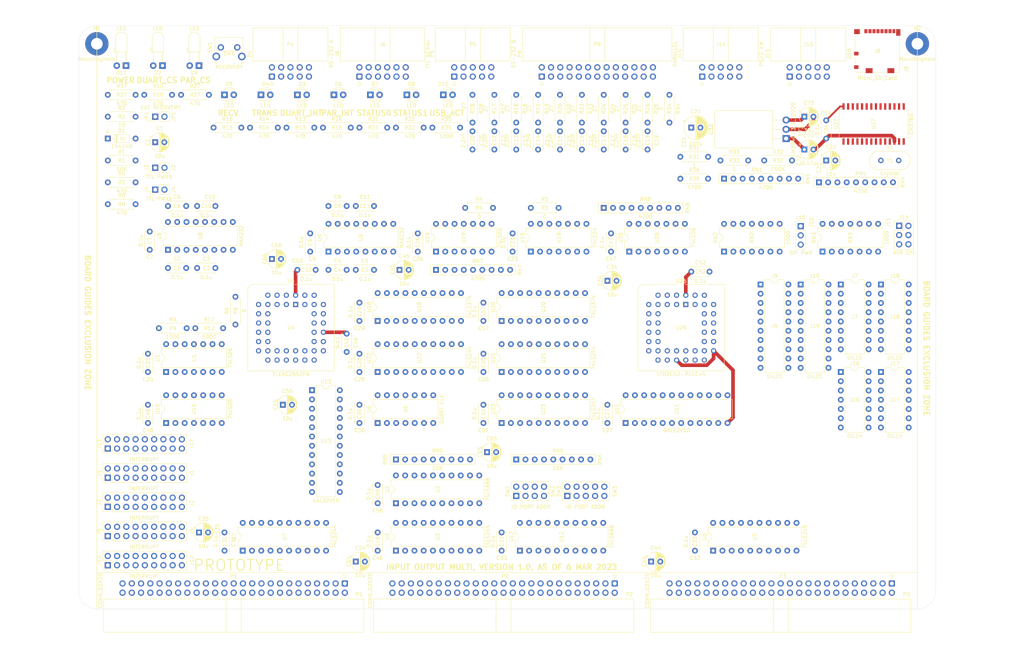
<source format=kicad_pcb>
(kicad_pcb (version 20211014) (generator pcbnew)
  (layers (0 "F.Cu" signal) (31 "B.Cu" signal) (34 "B.Paste" user) (35 "F.Paste" user) (36 "B.SilkS" user "B.Silkscreen") (37 "F.SilkS" user "F.Silkscreen") (38 "B.Mask" user) (39 "F.Mask" user) (44 "Edge.Cuts" user))
  (net 0 "")
  (net 1 "GND")
  (net 2 "VCC")
  (net 3 "Net-(D2-Pad2)")
  (net 4 "Net-(D3-Pad2)")
  (net 5 "Net-(D3-Pad1)")
  (net 6 "Net-(D4-Pad2)")
  (net 7 "Net-(D4-Pad1)")
  (net 8 "Net-(JP1-Pad2)")
  (net 9 "Net-(C2-Pad2)")
  (net 10 "Net-(C2-Pad1)")
  (net 11 "Net-(C3-Pad1)")
  (net 12 "Net-(C4-Pad2)")
  (net 13 "Net-(D2-Pad1)")
  (net 14 "Net-(D6-Pad2)")
  (net 15 "Net-(D6-Pad1)")
  (net 16 "Net-(D7-Pad2)")
  (net 17 "Net-(D8-Pad2)")
  (net 18 "Net-(D9-Pad2)")
  (net 19 "Net-(R18-Pad2)")
  (net 20 "Net-(R19-Pad2)")
  (net 21 "Net-(R20-Pad2)")
  (net 22 "Net-(R23-Pad2)")
  (net 23 "Net-(R24-Pad2)")
  (net 24 "Net-(R25-Pad2)")
  (net 25 "Net-(R28-Pad2)")
  (net 26 "Net-(C3-Pad2)")
  (net 27 "Net-(C4-Pad1)")
  (net 28 "Net-(C5-Pad2)")
  (net 29 "Net-(C5-Pad1)")
  (net 30 "Net-(D5-Pad2)")
  (net 31 "Net-(D5-Pad1)")
  (net 32 "Net-(D10-Pad1)")
  (net 33 "Net-(D11-Pad2)")
  (net 34 "Net-(J3-Pad2)")
  (net 35 "Net-(J4-Pad2)")
  (net 36 "Net-(J8-Pad1)")
  (net 37 "Net-(J10-Pad2)")
  (net 38 "Net-(R17-Pad2)")
  (net 39 "Net-(R26-Pad2)")
  (net 40 "Net-(R35-Pad2)")
  (net 41 "Net-(RN1-Pad9)")
  (net 42 "Net-(RN1-Pad8)")
  (net 43 "Net-(RN1-Pad7)")
  (net 44 "Net-(RN1-Pad6)")
  (net 45 "Net-(RN1-Pad5)")
  (net 46 "Net-(RN1-Pad4)")
  (net 47 "Net-(RN1-Pad3)")
  (net 48 "Net-(RN1-Pad2)")
  (net 49 "Net-(RN3-Pad13)")
  (net 50 "Net-(RN3-Pad12)")
  (net 51 "Net-(RN3-Pad11)")
  (net 52 "Net-(RN3-Pad10)")
  (net 53 "Net-(U16-Pad6)")
  (net 54 "Net-(U16-Pad12)")
  (net 55 "Net-(U16-Pad5)")
  (net 56 "Net-(U16-Pad10)")
  (net 57 "Net-(U16-Pad2)")
  (net 58 "Net-(U16-Pad8)")
  (net 59 "Net-(U19-Pad5)")
  (net 60 "Net-(U19-Pad3)")
  (net 61 "Net-(U19-Pad9)")
  (net 62 "Net-(U25-Pad5)")
  (net 63 "Net-(U25-Pad3)")
  (net 64 "Net-(U25-Pad9)")
  (net 65 "Net-(U25-Pad1)")
  (net 66 "Net-(U27-Pad14)")
  (net 67 "Net-(U27-Pad13)")
  (net 68 "/DUART/~{TTL_RIA}")
  (net 69 "/parallel/PD0")
  (net 70 "/parallel/PD1")
  (net 71 "/parallel/PD2")
  (net 72 "/parallel/PD3")
  (net 73 "/parallel/PD4")
  (net 74 "/parallel/PD5")
  (net 75 "/parallel/PD6")
  (net 76 "/parallel/PD7")
  (net 77 "/parallel/~{STROBE}")
  (net 78 "/USB-SD/VBUS")
  (net 79 "/USB-SD/VDD3")
  (net 80 "/USB-SD/VDD2")
  (net 81 "VDD1")
  (net 82 "/parallel/STATUS0")
  (net 83 "/parallel/STATUS1")
  (net 84 "/DUART/~{TTL_CTSB}")
  (net 85 "/DUART/TTL_TXB")
  (net 86 "/DUART/TTL_RXB")
  (net 87 "/DUART/~{TTL_RTSB}")
  (net 88 "/DUART/~{TTL_CTSA}")
  (net 89 "/DUART/TTL_TXA")
  (net 90 "/DUART/TTL_RXA")
  (net 91 "/DUART/~{TTL_RTSA}")
  (net 92 "/USB-SD/UD+")
  (net 93 "/USB-SD/UD-")
  (net 94 "/USB-SD/MOSI")
  (net 95 "/USB-SD/SDCK")
  (net 96 "/USB-SD/MISO")
  (net 97 "/USB-SD/SDCS")
  (net 98 "-12V")
  (net 99 "~{EIRQ0}")
  (net 100 "~{EIRQ1}")
  (net 101 "~{EIRQ2}")
  (net 102 "~{EIRQ3}")
  (net 103 "~{EIRQ4}")
  (net 104 "~{EIRQ5}")
  (net 105 "~{EIRQ6}")
  (net 106 "~{EIRQ7}")
  (net 107 "~{RESET}")
  (net 108 "~{INT0}")
  (net 109 "~{M1}")
  (net 110 "~{IORQ}")
  (net 111 "~{WR}")
  (net 112 "~{RD}")
  (net 113 "A0")
  (net 114 "A1")
  (net 115 "A2")
  (net 116 "A3")
  (net 117 "A4")
  (net 118 "A5")
  (net 119 "A6")
  (net 120 "A7")
  (net 121 "+12V")
  (net 122 "D0")
  (net 123 "D1")
  (net 124 "D2")
  (net 125 "D3")
  (net 126 "D4")
  (net 127 "D5")
  (net 128 "D6")
  (net 129 "D7")
  (net 130 "/DUART/~{CTSA}")
  (net 131 "/DUART/~{RTSA}")
  (net 132 "/DUART/~{DTRA}")
  (net 133 "/DUART/TXA")
  (net 134 "/DUART/RXA")
  (net 135 "/DUART/~{CTSB}")
  (net 136 "/DUART/~{RTSB}")
  (net 137 "/DUART/~{DTRB}")
  (net 138 "/DUART/TXB")
  (net 139 "/DUART/RXB")
  (net 140 "/parallel/~{SEL}")
  (net 141 "/parallel/P-RESET")
  (net 142 "/parallel/ERROR")
  (net 143 "/parallel/~{LINEFEED}")
  (net 144 "/parallel/SELECT")
  (net 145 "/parallel/PAPEROUT")
  (net 146 "/parallel/~{BUSY}")
  (net 147 "bRESET")
  (net 148 "/DUART/GND_UART")
  (net 149 "/DUART/INTB")
  (net 150 "/DUART/INTA")
  (net 151 "ONE")
  (net 152 "ZERO")
  (net 153 "/USB-SD/RST")
  (net 154 "bD6")
  (net 155 "bD5")
  (net 156 "bD4")
  (net 157 "bD3")
  (net 158 "bD2")
  (net 159 "bD1")
  (net 160 "bD0")
  (net 161 "~{CS_US}")
  (net 162 "~{bWR}")
  (net 163 "~{bRD}")
  (net 164 "bA0")
  (net 165 "bD7")
  (net 166 "/USB-SD/~{INT-USB}")
  (net 167 "/parallel/BUSY")
  (net 168 "/kbdmse/PROG")
  (net 169 "/kbdmse/KBDDAT")
  (net 170 "/kbdmse/MSEDAT")
  (net 171 "/kbdmse/KBDCLK")
  (net 172 "/kbdmse/MSECLK")
  (net 173 "/DUART/~{INTA}")
  (net 174 "/DUART/~{INTB}")
  (net 175 "~{bRESET}")
  (net 176 "~{CS_DUART}")
  (net 177 "~{bM1}")
  (net 178 "bA7")
  (net 179 "bA6")
  (net 180 "bA5")
  (net 181 "bA4")
  (net 182 "~{bIORQ}")
  (net 183 "bA1")
  (net 184 "bA2")
  (net 185 "bA3")
  (net 186 "~{CS_PAR}")
  (net 187 "~{CS_KM}")
  (net 188 "/parallel/~{PDENBL}")
  (net 189 "/parallel/~{INT_PAR}")
  (net 190 "/kbdmse/~{INT_KM}")
  (net 191 "CLK_DUART")
  (net 192 "~{BUS_EN}")
  (net 193 "P24-OB")
  (net 194 "INT_KM")
  (net 195 "P25-BF")
  (net 196 "Net-(RN5-Pad9)")
  (net 197 "Net-(RN5-Pad5)")
  (net 198 "Net-(RN5-Pad4)")
  (net 199 "Net-(RN5-Pad3)")
  (net 200 "Net-(RN5-Pad2)")
  (net 201 "Net-(RN6-Pad9)")
  (net 202 "Net-(RN6-Pad6)")
  (net 203 "Net-(RN6-Pad5)")
  (net 204 "Net-(RN6-Pad4)")
  (net 205 "Net-(RN6-Pad3)")
  (net 206 "Net-(RN6-Pad2)")
  (net 207 "Net-(C6-Pad2)")
  (net 208 "Net-(C8-Pad2)")
  (net 209 "Net-(C10-Pad1)")
  (net 210 "Net-(C11-Pad1)")
  (net 211 "Net-(D7-Pad1)")
  (net 212 "Net-(D8-Pad1)")
  (net 213 "Net-(D9-Pad1)")
  (net 214 "Net-(J12-Pad1)")
  (net 215 "ACK")
  (net 216 "INT_PAR")
  (net 217 "~{PARIN0}")
  (net 218 "~{PARIN1}")
  (net 219 "~{PARIN2}")
  (net 220 "PARINT")
  (net 221 "~{PAROUT0}")
  (net 222 "~{PAROUT2}")
  (footprint "Capacitor_THT:CP_Radial_D5.0mm_P2.50mm" (layer "F.Cu") (at 56 102)
    (fp_text reference "C1")
    (fp_text value "10u")
  )
  (footprint "Capacitor_THT:CP_Radial_D6.3mm_P2.50mm" (layer "F.Cu") (at 203 98)
    (fp_text reference "C21")
    (fp_text value "100u")
  )
  (footprint "Capacitor_THT:CP_Radial_D5.0mm_P2.50mm" (layer "F.Cu") (at 240 107)
    (fp_text reference "C22")
    (fp_text value "10u")
  )
  (footprint "Capacitor_THT:C_Disc_D5.0mm_W2.5mm_P5.00mm" (layer "F.Cu") (at 154 127 -90)
    (fp_text reference "C23")
    (fp_text value "0.1u")
  )
  (footprint "Capacitor_THT:C_Disc_D5.0mm_W2.5mm_P5.00mm" (layer "F.Cu") (at 240 96 -90)
    (fp_text reference "C24")
    (fp_text value "0.1u")
  )
  (footprint "Capacitor_THT:C_Disc_D5.0mm_W2.5mm_P5.00mm" (layer "F.Cu") (at 54 160 -90)
    (fp_text reference "C25")
    (fp_text value "0.1u")
  )
  (footprint "Capacitor_THT:C_Disc_D5.0mm_W2.5mm_P5.00mm" (layer "F.Cu") (at 128 127 -90)
    (fp_text reference "C26")
    (fp_text value "0.1u")
  )
  (footprint "Capacitor_THT:C_Disc_D5.0mm_W2.5mm_P5.00mm" (layer "F.Cu") (at 180 174 -90)
    (fp_text reference "C27")
    (fp_text value "0.1u")
  )
  (footprint "Capacitor_THT:C_Disc_D5.0mm_W2.5mm_P5.00mm" (layer "F.Cu") (at 112 160 -90)
    (fp_text reference "C28")
    (fp_text value "0.1u")
  )
  (footprint "Capacitor_THT:C_Disc_D5.0mm_W2.5mm_P5.00mm" (layer "F.Cu") (at 112 146 -90)
    (fp_text reference "C29")
    (fp_text value "0.1u")
  )
  (footprint "Capacitor_THT:C_Disc_D5.0mm_W2.5mm_P5.00mm" (layer "F.Cu") (at 112 174 -90)
    (fp_text reference "C30")
    (fp_text value "0.1u")
  )
  (footprint "Capacitor_THT:C_Disc_D5.0mm_W2.5mm_P5.00mm" (layer "F.Cu") (at 204 209 -90)
    (fp_text reference "C32")
    (fp_text value "0.1u")
  )
  (footprint "Capacitor_THT:C_Disc_D5.0mm_W2.5mm_P5.00mm" (layer "F.Cu") (at 151 209 -90)
    (fp_text reference "C33")
    (fp_text value "0.1u")
  )
  (footprint "Capacitor_THT:CP_Radial_D5.0mm_P2.50mm" (layer "F.Cu") (at 180 140)
    (fp_text reference "C34")
    (fp_text value "10u")
  )
  (footprint "Capacitor_THT:CP_Radial_D5.0mm_P2.50mm" (layer "F.Cu") (at 68 209)
    (fp_text reference "C35")
    (fp_text value "10u")
  )
  (footprint "Capacitor_THT:CP_Radial_D5.0mm_P2.50mm" (layer "F.Cu") (at 123 137)
    (fp_text reference "C45")
    (fp_text value "10u")
  )
  (footprint "Capacitor_THT:C_Disc_D5.0mm_W2.5mm_P5.00mm" (layer "F.Cu") (at 117 209 -90)
    (fp_text reference "C46")
    (fp_text value "0.1u")
  )
  (footprint "Capacitor_THT:C_Disc_D5.0mm_W2.5mm_P5.00mm" (layer "F.Cu") (at 181 127 -90)
    (fp_text reference "C47")
    (fp_text value "0.1u")
  )
  (footprint "Capacitor_THT:C_Disc_D5.0mm_W2.5mm_P5.00mm" (layer "F.Cu") (at 54 174 -90)
    (fp_text reference "C48")
    (fp_text value "0.1u")
  )
  (footprint "Capacitor_THT:C_Disc_D5.0mm_W2.5mm_P5.00mm" (layer "F.Cu") (at 108.5 154.5 -90)
    (fp_text reference "C49")
    (fp_text value "0.1u")
  )
  (footprint "Capacitor_THT:C_Disc_D5.0mm_W2.5mm_P5.00mm" (layer "F.Cu") (at 95 137)
    (fp_text reference "C53")
    (fp_text value "0.1u")
  )
  (footprint "Capacitor_THT:CP_Radial_D5.0mm_P2.50mm" (layer "F.Cu") (at 111 217)
    (fp_text reference "C54")
    (fp_text value "10u")
  )
  (footprint "Capacitor_THT:CP_Radial_D5.0mm_P2.50mm" (layer "F.Cu") (at 91 174)
    (fp_text reference "C55")
    (fp_text value "10u")
  )
  (footprint "Capacitor_THT:C_Disc_D5.0mm_W2.5mm_P5.00mm" (layer "F.Cu") (at 117 196 -90)
    (fp_text reference "C56")
    (fp_text value "0.1u")
  )
  (footprint "Capacitor_THT:C_Disc_D5.0mm_W2.5mm_P5.00mm" (layer "F.Cu") (at 146 146 -90)
    (fp_text reference "C57")
    (fp_text value "0.1u")
  )
  (footprint "Capacitor_THT:CP_Radial_D5.0mm_P2.50mm" (layer "F.Cu") (at 147 187)
    (fp_text reference "C65")
    (fp_text value "10u")
  )
  (footprint "Capacitor_THT:CP_Radial_D5.0mm_P2.50mm" (layer "F.Cu") (at 88 134)
    (fp_text reference "C66")
    (fp_text value "10u")
  )
  (footprint "Capacitor_THT:CP_Radial_D5.0mm_P2.50mm" (layer "F.Cu") (at 234 104)
    (fp_text reference "C72")
    (fp_text value "0.47u")
  )
  (footprint "Capacitor_THT:CP_Radial_D5.0mm_P2.50mm" (layer "F.Cu") (at 234 95)
    (fp_text reference "C73")
    (fp_text value "33u")
  )
  (footprint "Diode_THT:D_DO-35_SOD27_P7.62mm_Horizontal" (layer "F.Cu") (at 43 101)
    (fp_text reference "D1")
    (fp_text value "1N4148")
  )
  (footprint "LED_THT:LED_D3.0mm" (layer "F.Cu") (at 135 89)
    (fp_text reference "D10")
    (fp_text value "LED")
  )
  (footprint "MountingHole:MountingHole_3.2mm_M3_Pad" (layer "F.Cu") (at 265 75)
    (fp_text reference "H2")
    (fp_text value "MountingHole")
  )
  (footprint "Connector_PinHeader_2.54mm:PinHeader_1x02_P2.54mm_Vertical" (layer "F.Cu") (at 56 109 90)
    (fp_text reference "J3")
    (fp_text value "TTL PWRB")
  )
  (footprint "Connector_IDC:IDC-Header_2x06_P2.54mm_Horizontal" (layer "F.Cu") (at 112 84 90)
    (fp_text reference "J6")
    (fp_text value "TTL SERIAL")
  )
  (footprint "Connector_PinHeader_2.54mm:PinHeader_2x03_P2.54mm_Vertical" (layer "F.Cu") (at 260 124.92)
    (fp_text reference "J11")
    (fp_text value "AVR SPI")
  )
  (footprint "Connector_PinHeader_2.54mm:PinHeader_1x02_P2.54mm_Vertical" (layer "F.Cu") (at 56 95 90)
    (fp_text reference "JP1")
    (fp_text value "EXT RECOVERY")
  )
  (footprint "Connector_IDC:IDC-Header_2x05_P2.54mm_Horizontal" (layer "F.Cu") (at 88 84 90)
    (fp_text reference "P4")
    (fp_text value "RS-232 A")
  )
  (footprint "Connector_IDC:IDC-Header_2x05_P2.54mm_Horizontal" (layer "F.Cu") (at 138 84 90)
    (fp_text reference "P5")
    (fp_text value "RS-232 B")
  )
  (footprint "Resistor_THT:R_Axial_DIN0207_L6.3mm_D2.5mm_P7.62mm_Horizontal" (layer "F.Cu") (at 43 107)
    (fp_text reference "R1")
    (fp_text value "10K")
  )
  (footprint "Resistor_THT:R_Axial_DIN0207_L6.3mm_D2.5mm_P7.62mm_Horizontal" (layer "F.Cu") (at 43 95)
    (fp_text reference "R2")
    (fp_text value "10")
  )
  (footprint "Resistor_THT:R_Axial_DIN0207_L6.3mm_D2.5mm_P7.62mm_Horizontal" (layer "F.Cu") (at 43 113)
    (fp_text reference "R5")
    (fp_text value "470")
  )
  (footprint "Resistor_THT:R_Axial_DIN0207_L6.3mm_D2.5mm_P7.62mm_Horizontal" (layer "F.Cu") (at 78 152 90)
    (fp_text reference "R6")
    (fp_text value "0")
  )
  (footprint "Resistor_THT:R_Axial_DIN0207_L6.3mm_D2.5mm_P7.62mm_Horizontal" (layer "F.Cu") (at 43 119)
    (fp_text reference "R8")
    (fp_text value "470")
  )
  (footprint "Resistor_THT:R_Axial_DIN0207_L6.3mm_D2.5mm_P7.62mm_Horizontal" (layer "F.Cu") (at 57 153)
    (fp_text reference "R9")
    (fp_text value "1000")
  )
  (footprint "Resistor_THT:R_Axial_DIN0207_L6.3mm_D2.5mm_P7.62mm_Horizontal" (layer "F.Cu") (at 67 153)
    (fp_text reference "R12")
    (fp_text value "1000")
  )
  (footprint "Resistor_THT:R_Axial_DIN0207_L6.3mm_D2.5mm_P7.62mm_Horizontal" (layer "F.Cu") (at 191 89 -90)
    (fp_text reference "R26")
    (fp_text value "27")
  )
  (footprint "Resistor_THT:R_Axial_DIN0207_L6.3mm_D2.5mm_P7.62mm_Horizontal" (layer "F.Cu") (at 200 106)
    (fp_text reference "R31")
    (fp_text value "1")
  )
  (footprint "Resistor_THT:R_Axial_DIN0207_L6.3mm_D2.5mm_P7.62mm_Horizontal" (layer "F.Cu") (at 223 107)
    (fp_text reference "R32")
    (fp_text value "100K")
  )
  (footprint "Resistor_THT:R_Axial_DIN0207_L6.3mm_D2.5mm_P7.62mm_Horizontal" (layer "F.Cu") (at 211 107)
    (fp_text reference "R33")
    (fp_text value "1")
  )
  (footprint "Resistor_THT:R_Axial_DIN0207_L6.3mm_D2.5mm_P7.62mm_Horizontal" (layer "F.Cu") (at 197 89 -90)
    (fp_text reference "R34")
    (fp_text value "0")
  )
  (footprint "Resistor_THT:R_Axial_DIN0207_L6.3mm_D2.5mm_P7.62mm_Horizontal" (layer "F.Cu") (at 132 98)
    (fp_text reference "R35")
    (fp_text value "1000")
  )
  (footprint "Resistor_THT:R_Axial_DIN0207_L6.3mm_D2.5mm_P7.62mm_Horizontal" (layer "F.Cu") (at 200 112)
    (fp_text reference "R36")
    (fp_text value "4700")
  )
  (footprint "Resistor_THT:R_Array_SIP9" (layer "F.Cu") (at 212 112)
    (fp_text reference "RN1")
    (fp_text value "4700")
  )
  (footprint "Package_DIP:DIP-14_W7.62mm" (layer "F.Cu") (at 212 132 90)
    (fp_text reference "RN2")
    (fp_text value "1000")
  )
  (footprint "Package_DIP:DIP-14_W7.62mm" (layer "F.Cu") (at 239 132 90)
    (fp_text reference "RN3")
    (fp_text value "1000")
  )
  (footprint "Resistor_THT:R_Array_SIP9" (layer "F.Cu") (at 238 113)
    (fp_text reference "RN4")
    (fp_text value "4700")
  )
  (footprint "Resistor_THT:R_Array_SIP9" (layer "F.Cu") (at 179 120)
    (fp_text reference "RN8")
    (fp_text value "4700")
  )
  (footprint "Connector_PinHeader_2.54mm:PinHeader_2x04_P2.54mm_Vertical" (layer "F.Cu") (at 155 199 90)
    (fp_text reference "SW2")
    (fp_text value "IO PORT ADDR")
  )
  (footprint "Package_DIP:DIP-20_W7.62mm" (layer "F.Cu") (at 122 201 90)
    (fp_text reference "U2")
    (fp_text value "74LS688")
  )
  (footprint "Package_DIP:DIP-20_W7.62mm" (layer "F.Cu") (at 122 214 90)
    (fp_text reference "U3")
    (fp_text value "74LS244")
  )
  (footprint "Package_LCC:PLCC-44_THT-Socket" (layer "F.Cu") (at 94.5 146.5)
    (fp_text reference "U4")
    (fp_text value "TL16C2552FN")
  )
  (footprint "Package_DIP:DIP-20_W7.62mm" (layer "F.Cu") (at 209 214 90)
    (fp_text reference "U5")
    (fp_text value "74LS245")
  )
  (footprint "Package_DIP:DIP-14_W7.62mm" (layer "F.Cu") (at 117 179 90)
    (fp_text reference "U6")
    (fp_text value "DUART CLK")
  )
  (footprint "Package_DIP:DIP-20_W7.62mm" (layer "F.Cu") (at 80 214 90)
    (fp_text reference "U7")
    (fp_text value "74LS244")
  )
  (footprint "Package_DIP:DIP-14_W7.62mm" (layer "F.Cu") (at 59 179 90)
    (fp_text reference "U10")
    (fp_text value "74LS08")
  )
  (footprint "Package_DIP:DIP-14_W7.62mm" (layer "F.Cu") (at 159 132 90)
    (fp_text reference "U16")
    (fp_text value "74LS04")
  )
  (footprint "Package_DIP:DIP-14_W7.62mm" (layer "F.Cu") (at 133 132 90)
    (fp_text reference "U19")
    (fp_text value "74LS06")
  )
  (footprint "Package_DIP:DIP-20_W7.62mm" (layer "F.Cu") (at 151 165 90)
    (fp_text reference "U21")
    (fp_text value "74LS244")
  )
  (footprint "Package_DIP:DIP-14_W7.62mm" (layer "F.Cu") (at 186 132 90)
    (fp_text reference "U25")
    (fp_text value "74LS06")
  )
  (footprint "Package_LCC:PLCC-44_THT-Socket" (layer "F.Cu") (at 201.5 146.5)
    (fp_text reference "U26")
    (fp_text value "VT82C42-PLCC44")
  )
  (footprint "Package_SO:SOIC-28W_7.5x18.7mm_P1.27mm" (layer "F.Cu") (at 253 97 90)
    (fp_text reference "U27")
    (fp_text value "CH376S")
  )
  (footprint "Package_TO_SOT_THT:TO-220-3_Horizontal_TabDown" (layer "F.Cu") (at 229 101 90)
    (fp_text reference "U32")
    (fp_text value "LM3940-3.3_TO220")
  )
  (footprint "Crystal:Crystal_HC49-U_Vertical" (layer "F.Cu") (at 255 107)
    (fp_text reference "Y1")
    (fp_text value "Crystal")
  )
  (footprint "Connector_PinHeader_2.54mm:PinHeader_2x09_P2.54mm_Vertical" (layer "F.Cu") (at 43 194 90)
    (fp_text reference "J1")
    (fp_text value "INTERRUPT")
  )
  (footprint "Connector_PinHeader_2.54mm:PinHeader_2x09_P2.54mm_Vertical" (layer "F.Cu") (at 43 210 90)
    (fp_text reference "J5")
    (fp_text value "INTERRUPT")
  )
  (footprint "Connector_PinHeader_2.54mm:PinHeader_2x09_P2.54mm_Vertical" (layer "F.Cu") (at 43 218 90)
    (fp_text reference "J12")
    (fp_text value "INTERRUPT")
  )
  (footprint "Package_DIP:DIP-14_W7.62mm" (layer "F.Cu") (at 59 165 90)
    (fp_text reference "U1")
    (fp_text value "74LS06")
  )
  (footprint "Resistor_THT:R_Axial_DIN0207_L6.3mm_D2.5mm_P7.62mm_Horizontal" (layer "F.Cu") (at 167 89 -90)
    (fp_text reference "R20")
    (fp_text value "27")
  )
  (footprint "Capacitor_THT:C_Disc_D5.0mm_W2.5mm_P5.00mm" (layer "F.Cu") (at 185 99 -90)
    (fp_text reference "C18")
    (fp_text value "2.2nF")
  )
  (footprint "Connector_IDC:IDC-Header_2x05_P2.54mm_Horizontal" (layer "F.Cu") (at 206 84 90)
    (fp_text reference "J14")
    (fp_text value "PS/2 KM")
  )
  (footprint "Connector_IDC:IDC-Header_2x05_P2.54mm_Horizontal" (layer "F.Cu") (at 230 84 90)
    (fp_text reference "J15")
    (fp_text value "USB")
  )
  (footprint "Connector_PinHeader_2.54mm:PinHeader_2x09_P2.54mm_Vertical" (layer "F.Cu") (at 43 202 90)
    (fp_text reference "J2")
    (fp_text value "INTERRUPT")
  )
  (footprint "Capacitor_THT:C_Disc_D5.0mm_W2.5mm_P5.00mm" (layer "F.Cu") (at 149 99 -90)
    (fp_text reference "C12")
    (fp_text value "2.2nF")
  )
  (footprint "Capacitor_THT:C_Disc_D5.0mm_W2.5mm_P5.00mm" (layer "F.Cu") (at 155 99 -90)
    (fp_text reference "C13")
    (fp_text value "2.2nF")
  )
  (footprint "Capacitor_THT:C_Disc_D5.0mm_W2.5mm_P5.00mm" (layer "F.Cu") (at 161 99 -90)
    (fp_text reference "C14")
    (fp_text value "2.2nF")
  )
  (footprint "Capacitor_THT:C_Disc_D5.0mm_W2.5mm_P5.00mm" (layer "F.Cu") (at 167 99 -90)
    (fp_text reference "C15")
    (fp_text value "2.2nF")
  )
  (footprint "Capacitor_THT:C_Disc_D5.0mm_W2.5mm_P5.00mm" (layer "F.Cu") (at 173 99 -90)
    (fp_text reference "C16")
    (fp_text value "2.2nF")
  )
  (footprint "Capacitor_THT:C_Disc_D5.0mm_W2.5mm_P5.00mm" (layer "F.Cu") (at 179 99 -90)
    (fp_text reference "C17")
    (fp_text value "2.2nF")
  )
  (footprint "Capacitor_THT:C_Disc_D5.0mm_W2.5mm_P5.00mm" (layer "F.Cu") (at 191 99 -90)
    (fp_text reference "C19")
    (fp_text value "2.2nF")
  )
  (footprint "Capacitor_THT:C_Disc_D5.0mm_W2.5mm_P5.00mm" (layer "F.Cu") (at 143 99 -90)
    (fp_text reference "C20")
    (fp_text value "2.2nF")
  )
  (footprint "Capacitor_THT:C_Disc_D5.0mm_W2.5mm_P5.00mm" (layer "F.Cu") (at 98.5 127 -90)
    (fp_text reference "C9")
    (fp_text value "0.1u")
  )
  (footprint "Connector_IDC:IDC-Header_2x13_P2.54mm_Horizontal" (layer "F.Cu") (at 162 84 90)
    (fp_text reference "P6")
    (fp_text value "PARALLEL")
  )
  (footprint "Resistor_THT:R_Axial_DIN0207_L6.3mm_D2.5mm_P7.62mm_Horizontal" (layer "F.Cu") (at 149 89 -90)
    (fp_text reference "R17")
    (fp_text value "27")
  )
  (footprint "Resistor_THT:R_Axial_DIN0207_L6.3mm_D2.5mm_P7.62mm_Horizontal" (layer "F.Cu") (at 155 89 -90)
    (fp_text reference "R18")
    (fp_text value "27")
  )
  (footprint "Resistor_THT:R_Axial_DIN0207_L6.3mm_D2.5mm_P7.62mm_Horizontal" (layer "F.Cu") (at 161 89 -90)
    (fp_text reference "R19")
    (fp_text value "27")
  )
  (footprint "Resistor_THT:R_Axial_DIN0207_L6.3mm_D2.5mm_P7.62mm_Horizontal" (layer "F.Cu") (at 173 89 -90)
    (fp_text reference "R23")
    (fp_text value "27")
  )
  (footprint "Resistor_THT:R_Axial_DIN0207_L6.3mm_D2.5mm_P7.62mm_Horizontal" (layer "F.Cu") (at 179 89 -90)
    (fp_text reference "R24")
    (fp_text value "27")
  )
  (footprint "Resistor_THT:R_Axial_DIN0207_L6.3mm_D2.5mm_P7.62mm_Horizontal" (layer "F.Cu") (at 185 89 -90)
    (fp_text reference "R25")
    (fp_text value "27")
  )
  (footprint "Resistor_THT:R_Axial_DIN0207_L6.3mm_D2.5mm_P7.62mm_Horizontal" (layer "F.Cu") (at 143 89 -90)
    (fp_text reference "R28")
    (fp_text value "27")
  )
  (footprint "Resistor_THT:R_Array_SIP9" (layer "F.Cu") (at 133 137)
    (fp_text reference "RN7")
    (fp_text value "4700")
  )
  (footprint "Package_DIP:DIP-20_W7.62mm" (layer "F.Cu") (at 156 214 90)
    (fp_text reference "U12")
    (fp_text value "74LS688")
  )
  (footprint "Package_DIP:DIP-20_W7.62mm" (layer "F.Cu") (at 117 151 90)
    (fp_text reference "U18")
    (fp_text value "74LS374")
  )
  (footprint "Package_DIP:DIP-20_W7.62mm" (layer "F.Cu") (at 151 151 90)
    (fp_text reference "U20")
    (fp_text value "74LS374")
  )
  (footprint "Package_DIP:DIP-20_W7.62mm" (layer "F.Cu") (at 117 165 90)
    (fp_text reference "U22")
    (fp_text value "74LS244")
  )
  (footprint "Package_DIP:DIP-20_W7.62mm" (layer "F.Cu") (at 151 179 90)
    (fp_text reference "U23")
    (fp_text value "74LS244")
  )
  (footprint "Connector_PinHeader_2.54mm:PinHeader_1x03_P2.54mm_Vertical" (layer "F.Cu") (at 233 125)
    (fp_text reference "J10")
    (fp_text value "SPI PWR")
  )
  (footprint "Capacitor_THT:C_Disc_D5.0mm_W2.5mm_P5.00mm" (layer "F.Cu") (at 146 174 -90)
    (fp_text reference "C51")
    (fp_text value "0.1u")
  )
  (footprint "Capacitor_THT:C_Disc_D5.0mm_W2.5mm_P5.00mm" (layer "F.Cu") (at 75 209 -90)
    (fp_text reference "C31")
    (fp_text value "0.1u")
  )
  (footprint "Connector_PinHeader_2.54mm:PinHeader_2x09_P2.54mm_Vertical" (layer "F.Cu") (at 43 186 90)
    (fp_text reference "J13")
    (fp_text value "INTERRUPT")
  )
  (footprint "Capacitor_THT:C_Disc_D5.0mm_W2.5mm_P5.00mm" (layer "F.Cu") (at 203 137.5)
    (fp_text reference "C52")
    (fp_text value "0.1u")
  )
  (footprint "Capacitor_THT:C_Disc_D5.0mm_W2.5mm_P5.00mm" (layer "F.Cu") (at 59.5 136.5)
    (fp_text reference "C2")
    (fp_text value "0.1u")
  )
  (footprint "Capacitor_THT:C_Disc_D5.0mm_W2.5mm_P5.00mm" (layer "F.Cu") (at 67.5 136.5)
    (fp_text reference "C3")
    (fp_text value "0.1u")
  )
  (footprint "Capacitor_THT:C_Disc_D5.0mm_W2.5mm_P5.00mm" (layer "F.Cu") (at 103.5 137)
    (fp_text reference "C4")
    (fp_text value "0.1u")
  )
  (footprint "Capacitor_THT:C_Disc_D5.0mm_W2.5mm_P5.00mm" (layer "F.Cu") (at 111 137)
    (fp_text reference "C5")
    (fp_text value "0.1u")
  )
  (footprint "Capacitor_THT:C_Disc_D5.0mm_W2.5mm_P5.00mm" (layer "F.Cu") (at 59.5 119.5)
    (fp_text reference "C6")
    (fp_text value "0.1u")
  )
  (footprint "Capacitor_THT:C_Disc_D5.0mm_W2.5mm_P5.00mm" (layer "F.Cu") (at 103.5 119.5)
    (fp_text reference "C8")
    (fp_text value "0.1u")
  )
  (footprint "Capacitor_THT:C_Disc_D5.0mm_W2.5mm_P5.00mm" (layer "F.Cu") (at 67.5 119.5)
    (fp_text reference "C10")
    (fp_text value "0.1u")
  )
  (footprint "Capacitor_THT:C_Disc_D5.0mm_W2.5mm_P5.00mm" (layer "F.Cu") (at 111 119.5)
    (fp_text reference "C11")
    (fp_text value "0.1u")
  )
  (footprint "Capacitor_THT:C_Disc_D5.0mm_W2.5mm_P5.00mm" (layer "F.Cu") (at 146 160 -90)
    (fp_text reference "C50")
    (fp_text value "0.1u")
  )
  (footprint "Package_DIP:DIP-16_W7.62mm" (layer "F.Cu") (at 59.5 131.5 90)
    (fp_text reference "U8")
    (fp_text value "MAX232")
  )
  (footprint "Package_DIP:DIP-16_W7.62mm" (layer "F.Cu") (at 103.5 132 90)
    (fp_text reference "U9")
    (fp_text value "MAX232")
  )
  (footprint "LED_THT:LED_D3.0mm_Horizontal_O3.81mm_Z2.0mm" (layer "F.Cu") (at 58 81 180)
    (fp_text reference "D2")
    (fp_text value "LED")
  )
  (footprint "MountingHole:MountingHole_3.2mm_M3_Pad" (layer "F.Cu") (at 40 75)
    (fp_text reference "H1")
    (fp_text value "MountingHole")
  )
  (footprint "Resistor_THT:R_Axial_DIN0207_L6.3mm_D2.5mm_P7.62mm_Horizontal" (layer "F.Cu") (at 43 89)
    (fp_text reference "R37")
    (fp_text value "470")
  )
  (footprint "Button_Switch_THT:SW_Tactile_SPST_Angled_PTS645Vx58-2LFS" (layer "F.Cu") (at 74 76)
    (fp_text reference "SW1")
    (fp_text value "RECOVERY")
  )
  (footprint "Resistor_THT:R_Axial_DIN0207_L6.3mm_D2.5mm_P7.62mm_Horizontal" (layer "F.Cu") (at 63.1 89)
    (fp_text reference "R27")
    (fp_text value "470")
  )
  (footprint "LED_THT:LED_D3.0mm_Horizontal_O3.81mm_Z2.0mm" (layer "F.Cu") (at 68 81 180)
    (fp_text reference "D9")
    (fp_text value "LED")
  )
  (footprint "Resistor_THT:R_Axial_DIN0207_L6.3mm_D2.5mm_P7.62mm_Horizontal" (layer "F.Cu") (at 53 89)
    (fp_text reference "R10")
    (fp_text value "470")
  )
  (footprint "LED_THT:LED_D3.0mm_Horizontal_O3.81mm_Z2.0mm" (layer "F.Cu") (at 48 81 180)
    (fp_text reference "D11")
    (fp_text value "LED")
  )
  (footprint "LED_THT:LED_D3.0mm" (layer "F.Cu") (at 75 89)
    (fp_text reference "D5")
    (fp_text value "LED")
  )
  (footprint "LED_THT:LED_D3.0mm" (layer "F.Cu") (at 85 89)
    (fp_text reference "D4")
    (fp_text value "LED")
  )
  (footprint "LED_THT:LED_D3.0mm" (layer "F.Cu") (at 95 89)
    (fp_text reference "D3")
    (fp_text value "LED")
  )
  (footprint "Resistor_THT:R_Axial_DIN0207_L6.3mm_D2.5mm_P7.62mm_Horizontal" (layer "F.Cu") (at 92 98)
    (fp_text reference "R13")
    (fp_text value "470")
  )
  (footprint "Resistor_THT:R_Axial_DIN0207_L6.3mm_D2.5mm_P7.62mm_Horizontal" (layer "F.Cu") (at 82 98)
    (fp_text reference "R14")
    (fp_text value "470")
  )
  (footprint "Resistor_THT:R_Axial_DIN0207_L6.3mm_D2.5mm_P7.62mm_Horizontal" (layer "F.Cu") (at 72 98)
    (fp_text reference "R15")
    (fp_text value "470")
  )
  (footprint "Resistor_THT:R_Axial_DIN0207_L6.3mm_D2.5mm_P7.62mm_Horizontal" (layer "F.Cu") (at 112 98)
    (fp_text reference "R21")
    (fp_text value "470")
  )
  (footprint "LED_THT:LED_D3.0mm" (layer "F.Cu") (at 105 89)
    (fp_text reference "D6")
    (fp_text value "LED")
  )
  (footprint "LED_THT:LED_D3.0mm" (layer "F.Cu") (at 125 89)
    (fp_text reference "D8")
    (fp_text value "LED")
  )
  (footprint "Resistor_THT:R_Axial_DIN0207_L6.3mm_D2.5mm_P7.62mm_Horizontal" (layer "F.Cu") (at 102 98)
    (fp_text reference "R16")
    (fp_text value "470")
  )
  (footprint "LED_THT:LED_D3.0mm" (layer "F.Cu") (at 115 89)
    (fp_text reference "D7")
    (fp_text value "LED")
  )
  (footprint "Resistor_THT:R_Axial_DIN0207_L6.3mm_D2.5mm_P7.62mm_Horizontal" (layer "F.Cu") (at 122 98)
    (fp_text reference "R22")
    (fp_text value "470")
  )
  (footprint "Capacitor_THT:CP_Radial_D5.0mm_P2.50mm" (layer "F.Cu") (at 192 217)
    (fp_text reference "C44")
    (fp_text value "10u")
  )
  (footprint "Connector_IDC:IDC-Header_2x25_P2.54mm_Horizontal" (layer "F.Cu") (at 182 223 -90)
    (fp_text reference "P2")
    (fp_text value "CONN_02X25")
  )
  (footprint "Connector_IDC:IDC-Header_2x25_P2.54mm_Horizontal" (layer "F.Cu") (at 258 223 -90)
    (fp_text reference "P3")
    (fp_text value "CONN_02X25")
  )
  (footprint "Package_DIP:DIP-24_W7.62mm" (layer "F.Cu") (at 185 179 90)
    (fp_text reference "U11")
    (fp_text value "GAL22V10")
  )
  (footprint "Connector_IDC:IDC-Header_2x25_P2.54mm_Horizontal" (layer "F.Cu") (at 108 223 -90)
    (fp_text reference "P1")
    (fp_text value "CONN_02X25")
  )
  (footprint "Connector_PinHeader_2.54mm:PinHeader_2x05_P2.54mm_Vertical" (layer "F.Cu") (at 169 199 90)
    (fp_text reference "SW3")
    (fp_text value "IO PORT ADDR")
  )
  (footprint "Resistor_THT:R_Array_SIP9" (layer "F.Cu") (at 155 189)
    (fp_text reference "RN6")
    (fp_text value "10K")
  )
  (footprint "Resistor_THT:R_Array_SIP9" (layer "F.Cu") (at 122 189)
    (fp_text reference "RN5")
    (fp_text value "10K")
  )
  (footprint "Capacitor_THT:C_Disc_D5.0mm_W2.5mm_P5.00mm" (layer "F.Cu") (at 54.5 126.5 -90)
    (fp_text reference "C7")
    (fp_text value "0.1u")
  )
  (footprint "Connector_PinHeader_2.54mm:PinHeader_1x02_P2.54mm_Vertical" (layer "F.Cu") (at 56 115 90)
    (fp_text reference "J4")
    (fp_text value "TTL PWRA")
  )
  (footprint "Package_DIP:DIP-16_W7.62mm" (layer "F.Cu") (at 244 141)
    (fp_text reference "J7")
    (fp_text value "DIL16")
  )
  (footprint "Package_DIP:DIP-20_W7.62mm" (layer "F.Cu") (at 222 141)
    (fp_text reference "J9")
    (fp_text value "DIL20")
  )
  (footprint "Package_DIP:DIP-14_W7.62mm" (layer "F.Cu") (at 244 165)
    (fp_text reference "J16")
    (fp_text value "DIL14")
  )
  (footprint "Package_DIP:DIP-14_W7.62mm" (layer "F.Cu") (at 255 165)
    (fp_text reference "J17")
    (fp_text value "DIL14")
  )
  (footprint "Package_DIP:DIP-16_W7.62mm" (layer "F.Cu") (at 255 141)
    (fp_text reference "J18")
    (fp_text value "DIL16")
  )
  (footprint "Package_DIP:DIP-20_W7.62mm" (layer "F.Cu") (at 233 141)
    (fp_text reference "J19")
    (fp_text value "DIL20")
  )
  (footprint "Resistor_THT:R_Axial_DIN0207_L6.3mm_D2.5mm_P7.62mm_Horizontal" (layer "F.Cu") (at 159 120)
    (fp_text reference "R3")
    (fp_text value "0")
  )
  (footprint "Resistor_THT:R_Axial_DIN0207_L6.3mm_D2.5mm_P7.62mm_Horizontal" (layer "F.Cu") (at 141 120)
    (fp_text reference "R4")
    (fp_text value "0")
  )
  (footprint "Connector_Card:microSD_HC_Molex_104031-0811" (layer "F.Cu") (at 254 77)
    (fp_text reference "J8")
    (fp_text value "Micro_SD_Card")
  )
  (footprint "Package_DIP:DIP-24_W7.62mm" (layer "F.Cu") (at 99 170)
    (fp_text reference "U13")
    (fp_text value "GAL22V10")
  )
  (gr_line (start 40 220) (end 265 220) (layer "F.SilkS") (width 0.12))
  (gr_line (start 40 230) (end 40 70) (layer "F.SilkS") (width 0.15))
  (gr_line (start 265 230) (end 265 70) (layer "F.SilkS") (width 0.15))
  (gr_line (start 35 75) (end 35 225) (layer "Edge.Cuts") (width 0.05))
  (gr_line (start 40 230) (end 265 230) (layer "Edge.Cuts") (width 0.05))
  (gr_line (start 270 225) (end 270 75) (layer "Edge.Cuts") (width 0.05))
  (gr_line (start 265 70) (end 40 70) (layer "Edge.Cuts") (width 0.05))
  (gr_arc (start 265 70) (mid 268.535534 71.464466) (end 270 75) (layer "Edge.Cuts") (width 0.05))
  (gr_arc (start 40 230) (mid 36.464466 228.535534) (end 35 225) (layer "Edge.Cuts") (width 0.05))
  (gr_arc (start 35 75) (mid 36.464466 71.464466) (end 40 70) (layer "Edge.Cuts") (width 0.05))
  (gr_arc (start 270 225) (mid 268.535534 228.535534) (end 265 230) (layer "Edge.Cuts") (width 0.05))
  (gr_text "BOARD GUIDES EXCLUSION ZONE" (at 267.5 158.5 270) (layer "F.SilkS") (effects (font (size 1.5 1.5) (thickness 0.3))))
  (gr_text "BOARD GUIDES EXCLUSION ZONE" (at 37.5 151.5 270) (layer "F.SilkS") (effects (font (size 1.5 1.5) (thickness 0.3))))
  (gr_text "USB_ACT" (at 136 94) (layer "F.SilkS") (effects (font (size 1.5 1.5) (thickness 0.3))))
  (gr_text "PAR_CS" (at 67 85) (layer "F.SilkS") (effects (font (size 1.5 1.5) (thickness 0.3))))
  (gr_text "POWER" (at 46.5 85) (layer "F.SilkS") (effects (font (size 1.5 1.5) (thickness 0.3))))
  (gr_text "DUART_CS" (at 56.5 85) (layer "F.SilkS") (effects (font (size 1.5 1.5) (thickness 0.3))))
  (gr_text "PAR_INT" (at 106 94) (layer "F.SilkS") (effects (font (size 1.5 1.5) (thickness 0.3))))
  (gr_text "RECV" (at 76 94) (layer "F.SilkS") (effects (font (size 1.5 1.5) (thickness 0.3))))
  (gr_text "DUART_INT" (at 96 94) (layer "F.SilkS") (effects (font (size 1.5 1.5) (thickness 0.3))))
  (gr_text "STATUS1" (at 126 94) (layer "F.SilkS") (effects (font (size 1.5 1.5) (thickness 0.3))))
  (gr_text "TRANS" (at 86 94) (layer "F.SilkS") (effects (font (size 1.5 1.5) (thickness 0.3))))
  (gr_text "STATUS0" (at 116 94) (layer "F.SilkS") (effects (font (size 1.5 1.5) (thickness 0.3))))
  (gr_text "INPUT OUTPUT MULTI, VERSION 1.0, AS OF 6 MAR 2023" (at 151 218.5) (layer "F.SilkS") (effects (font (size 1.5 1.5) (thickness 0.3))))
  (gr_text "PROTOTYPE" (at 79 218) (layer "F.SilkS") (effects (font (size 3 3) (thickness 0.3))))
  (segment (start 214.440001 177.499999) (end 212.94 179) (width 1) (layer "F.Cu") (net 1))
  (segment (start 229 98.46) (end 234.17137 98.46) (width 1) (layer "F.Cu") (net 1))
  (segment (start 258.715 101.8) (end 258.715 100.967902) (width 1) (layer "F.Cu") (net 1))
  (segment (start 207.257377 163.151201) (end 209.12 161.288578) (width 1) (layer "F.Cu") (net 1))
  (segment (start 257.947088 100.19999) (end 240.80001 100.19999) (width 1) (layer "F.Cu") (net 1))
  (segment (start 200.371201 163.151201) (end 207.257377 163.151201) (width 1) (layer "F.Cu") (net 1))
  (segment (start 258.715 100.967902) (end 257.947088 100.19999) (width 1) (layer "F.Cu") (net 1))
  (segment (start 234.17137 98.46) (end 236.5 96.13137) (width 1) (layer "F.Cu") (net 1))
  (segment (start 198.96 161.74) (end 200.371201 163.151201) (width 1) (layer "F.Cu") (net 1))
  (segment (start 236.5 104) (end 237 104) (width 1) (layer "F.Cu") (net 1))
  (segment (start 209.12 159.2) (end 214.440001 164.520001) (width 1) (layer "F.Cu") (net 1))
  (segment (start 237 104) (end 240 101) (width 1) (layer "F.Cu") (net 1))
  (segment (start 209.12 161.288578) (end 209.12 159.2) (width 1) (layer "F.Cu") (net 1))
  (segment (start 240.80001 100.19999) (end 240 101) (width 1) (layer "F.Cu") (net 1))
  (segment (start 236.5 96.13137) (end 236.5 95) (width 1) (layer "F.Cu") (net 1))
  (segment (start 214.440001 164.520001) (end 214.440001 177.499999) (width 1) (layer "F.Cu") (net 1))
  (segment (start 94.5 137.5) (end 95 137) (width 1) (layer "F.Cu") (net 2))
  (segment (start 201.5 143.96) (end 201.5 139) (width 1) (layer "F.Cu") (net 2))
  (segment (start 94.5 143.96) (end 94.5 137.5) (width 1) (layer "F.Cu") (net 2))
  (segment (start 108.12 154.12) (end 108.5 154.5) (width 1) (layer "F.Cu") (net 2))
  (segment (start 229 101) (end 231 101) (width 1) (layer "F.Cu") (net 2))
  (segment (start 201.5 139) (end 203 137.5) (width 1) (layer "F.Cu") (net 2))
  (segment (start 231 101) (end 234 104) (width 1) (layer "F.Cu") (net 2))
  (segment (start 102.12 154.12) (end 108.12 154.12) (width 1) (layer "F.Cu") (net 2))
  (segment (start 243.8 92.2) (end 240 96) (width 0.5) (layer "F.Cu") (net 80))
  (segment (start 244.745 92.2) (end 243.8 92.2) (width 0.5) (layer "F.Cu") (net 80))
  (segment (start 229 95.92) (end 233.08 95.92) (width 1) (layer "F.Cu") (net 81))
  (segment (start 233.08 95.92) (end 234 95) (width 1) (layer "F.Cu") (net 81))
)
</source>
